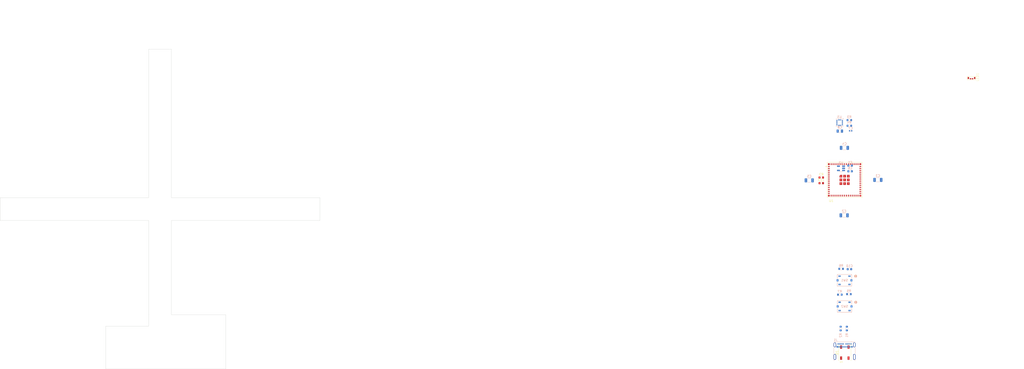
<source format=kicad_pcb>
(kicad_pcb (version 20240108) (generator "pcbnew") (generator_version "8.0")
  (layers (0 "F.Cu" signal) (31 "B.Cu" signal) (34 "B.Paste" user) (35 "F.Paste" user) (36 "B.SilkS" user "B.Silkscreen") (37 "F.SilkS" user "F.Silkscreen") (38 "B.Mask" user) (39 "F.Mask" user) (44 "Edge.Cuts" user))
  (net 0 "")
  (net 3 "/SCL")
  (net 8 "/BOOT_A")
  (net 9 "/SDA")
  (net 20 "/FLASH_V_SEL")
  (net 35 "/BOOT_B")
  (net 36 "/RESET")
  (net 56 "GND")
  (net 57 "+5V")
  (net 58 "/D+")
  (net 59 "/D-")
  (net 60 "Net-(J1-CC2)")
  (net 61 "Net-(J1-CC1)")
  (net 62 "+3V3")
  (net 64 "Net-(R5-Pad2)")
  (net 69 "/NEOPXL")
  (net 70 "Net-(R7-Pad2)")
  (footprint "Capacitor_SMD:C_0603_1608Metric" (layer "F.Cu") (at 134.275 98.59)
    (property "Reference" "C9" (at 0 -1.43 0) (layer "F.SilkS"))
    (property "Value" "0.1uF")
    (fp_line (start -0.14058 -0.51) (end 0.14058 -0.51) (stroke (width 0.12)) (layer "F.SilkS"))
    (fp_line (start -0.14058 0.51) (end 0.14058 0.51) (stroke (width 0.12)) (layer "F.SilkS"))
    (pad "1" smd roundrect (at -0.775 0) (size 0.9 0.95) (layers "F.Cu" "F.Paste" "F.Mask") (net 62 "+3V3"))
    (pad "2" smd roundrect (at 0.775 0) (size 0.9 0.95) (layers "F.Cu" "F.Paste" "F.Mask") (net 56 "GND"))
  )
  (footprint "Capacitor_SMD:C_0603_1608Metric" (layer "F.Cu") (at 134.275 101.1)
    (property "Reference" "C11" (at 0 -1.43 0) (layer "F.SilkS"))
    (property "Value" "22uF")
    (fp_line (start -0.14058 -0.51) (end 0.14058 -0.51) (stroke (width 0.12)) (layer "F.SilkS"))
    (fp_line (start -0.14058 0.51) (end 0.14058 0.51) (stroke (width 0.12)) (layer "F.SilkS"))
    (pad "1" smd roundrect (at -0.775 0) (size 0.9 0.95) (layers "F.Cu" "F.Paste" "F.Mask") (net 62 "+3V3"))
    (pad "2" smd roundrect (at 0.775 0) (size 0.9 0.95) (layers "F.Cu" "F.Paste" "F.Mask") (net 56 "GND"))
  )
  (footprint "B3DQ3BRG_SMT:B3DQ3BRG" (layer "F.Cu") (at 201.09 54.61 90)
    (property "Reference" "LED1" (at 0.7 2.7 90) (layer "F.SilkS") (effects (font (thickness 0.1))))
    (property "Value" "~")
    (fp_line (start 0.95 -1.95) (end 0.25 -1.95) (stroke (width 0.1)) (layer "F.SilkS"))
    (fp_line (start 0.25 -1.95) (end -0.6 -1.95) (stroke (width 0.1)) (layer "F.SilkS"))
    (fp_line (start -0.6 -1.95) (end -0.6 1.95) (stroke (width 0.1)) (layer "F.SilkS"))
    (fp_line (start 0.95 1.95) (end 0.95 -1.95) (stroke (width 0.1)) (layer "F.SilkS"))
    (fp_line (start -0.6 1.95) (end 0.95 1.95) (stroke (width 0.1)) (layer "F.SilkS"))
    (pad "1" smd custom (at -0.05 0.47 90) (size 0.433 0.433) (layers "F.Cu" "F.Paste" "F.Mask") (options (clearance outline) (anchor circle)) (primitives (gr_poly (pts (xy -0.2165 -0.12275) (xy -0.20826 -0.164175) (xy -0.184794 -0.199294) (xy -0.149675 -0.22276) (xy -0.10825 -0.231) (xy 0.10825 -0.231) (xy 0.149675 -0.22276) (xy 0.184794 -0.199294) (xy 0.20826 -0.164175) (xy 0.2165 -0.12275) (xy 0.2165 0.12275) (xy 0.20826 0.164175) (xy 0.184794 0.199294) (xy 0.149675 0.22276) (xy 0.10825 0.231) (xy -0.10825 0.231) (xy -0.149675 0.22276) (xy -0.184794 0.199294) (xy -0.20826 0.164175) (xy -0.2165 0.12275)) (width 0) (fill yes)) (gr_rect (start -0.29 -0.31) (end 0.26 0.29) (width 0.001) (fill yes)) (gr_line (start 0.26 -0.31) (end 0.26 0.29) (width 0.00001)) (gr_line (start 0.26 0.29) (end -0.29 0.29) (width 0.00001)) (gr_line (start -0.29 -0.31) (end -0.29 0.29) (width 0.00001)) (gr_line (start 0.26 -0.31) (end -0.29 -0.31) (width 0.00001))))
    (pad "2" smd custom (at -0.13 -0.42 90) (size 0.233 0.233) (layers "F.Cu" "F.Paste" "F.Mask") (options (clearance outline) (anchor circle)) (primitives (gr_poly (pts (xy -0.1165 -0.10775) (xy -0.112066 -0.130041) (xy -0.099439 -0.148939) (xy -0.080541 -0.161566) (xy -0.05825 -0.166) (xy 0.05825 -0.166) (xy 0.080541 -0.161566) (xy 0.099439 -0.148939) (xy 0.112066 -0.130041) (xy 0.1165 -0.10775) (xy 0.1165 0.10775) (xy 0.112066 0.130041) (xy 0.099439 0.148939) (xy 0.080541 0.161566) (xy 0.05825 0.166) (xy -0.05825 0.166) (xy -0.080541 0.161566) (xy -0.099439 0.148939) (xy -0.112066 0.130041) (xy -0.1165 0.10775)) (width 0) (fill yes)) (gr_rect (start -0.21 -0.32) (end 0.34 0.28) (width 0.0001) (fill yes)) (gr_line (start 0.34 -0.32) (end -0.21 -0.32) (width 0.00001)) (gr_line (start 0.34 0.28) (end -0.21 0.28) (width 0.00001)) (gr_line (start 0.34 0.28) (end 0.34 -0.32) (width 0.00001)) (gr_line (start -0.21 0.28) (end -0.21 -0.32) (width 0.00001))))
    (pad "3" smd custom (at 0.06 -1.34 90) (size 0.273 0.273) (layers "F.Cu" "F.Paste" "F.Mask") (options (clearance outline) (anchor circle)) (primitives (gr_poly (pts (xy -0.1365 -0.07275) (xy -0.131305 -0.098868) (xy -0.11651 -0.12101) (xy -0.094368 -0.135805) (xy -0.06825 -0.141) (xy 0.06825 -0.141) (xy 0.094368 -0.135805) (xy 0.11651 -0.12101) (xy 0.131305 -0.098868) (xy 0.1365 -0.07275) (xy 0.1365 0.07275) (xy 0.131305 0.098868) (xy 0.11651 0.12101) (xy 0.094368 0.135805) (xy 0.06825 0.141) (xy -0.06825 0.141) (xy -0.094368 0.135805) (xy -0.11651 0.12101) (xy -0.131305 0.098868) (xy -0.1365 0.07275)) (width 0) (fill yes)) (gr_rect (start -0.25 -0.35) (end 0.65 0.25) (width 0.0001) (fill yes)) (gr_line (start 0.2 0.25) (end 0.65 0.25) (width 0.00001)) (gr_line (start 0.2 -0.35) (end 0.65 -0.35) (width 0.00001)) (gr_line (start 0.65 0.25) (end 0.65 -0.35) (width 0.00001)) (gr_line (start -0.25 0.25) (end -0.25 -0.35) (width 0.00001)) (gr_line (start 0.2 -0.35) (end -0.25 -0.35) (width 0.00001)) (gr_line (start 0.2 0.25) (end -0.25 0.25) (width 0.00001))))
    (pad "4" smd custom (at 0.01 1.44 90) (size 0.233 0.233) (layers "F.Cu" "F.Paste" "F.Mask") (options (clearance outline) (anchor circle)) (primitives (gr_poly (pts (xy -0.1165 -0.11275) (xy -0.112066 -0.135041) (xy -0.099439 -0.153939) (xy -0.080541 -0.166566) (xy -0.05825 -0.171) (xy 0.05825 -0.171) (xy 0.080541 -0.166566) (xy 0.099439 -0.153939) (xy 0.112066 -0.135041) (xy 0.1165 -0.11275) (xy 0.1165 0.11275) (xy 0.112066 0.135041) (xy 0.099439 0.153939) (xy 0.080541 0.166566) (xy 0.05825 0.171) (xy -0.05825 0.171) (xy -0.080541 0.166566) (xy -0.099439 0.153939) (xy -0.112066 0.135041) (xy -0.1165 0.11275)) (width 0) (fill yes)) (gr_rect (start -0.2 -0.33) (end 0.7 0.27) (width 0.0001) (fill yes)) (gr_line (start 0.25 -0.33) (end -0.2 -0.33) (width 0.00001)) (gr_line (start 0.25 -0.33) (end 0.7 -0.33) (width 0.00001)) (gr_line (start 0.7 -0.33) (end 0.7 0.27) (width 0.00001)) (gr_line (start 0.25 0.27) (end 0.7 0.27) (width 0.00001)) (gr_line (start 0.25 0.27) (end -0.2 0.27) (width 0.00001)) (gr_line (start -0.2 -0.33) (end -0.2 0.27) (width 0.00001))))
  )
  (footprint "RF_Module:ESP32-S2-MINI-1U" (layer "F.Cu") (at 144.65 99.65)
    (property "Reference" "U1" (at -5.95 9.3 0) (layer "F.SilkS"))
    (property "Value" "ESP32-S3-MINI-1U")
    (fp_line (start -7.8 -7.8) (end 7.8 -7.8) (stroke (width 0.12)) (layer "F.SilkS"))
    (fp_line (start -7.8 7.8) (end -7.8 -7.8) (stroke (width 0.12)) (layer "F.SilkS"))
    (fp_line (start 7.8 -7.8) (end 7.8 7.8) (stroke (width 0.12)) (layer "F.SilkS"))
    (fp_line (start 7.8 7.8) (end -7.8 7.8) (stroke (width 0.12)) (layer "F.SilkS"))
    (fp_poly (pts (xy -7.975 -5.95) (xy -8.311 -5.71) (xy -8.311 -6.19) (xy -7.975 -5.95)) (stroke (width 0.12)) (fill solid) (layer "F.SilkS"))
    (pad "1" smd rect (at -7 -5.95) (size 0.8 0.4) (layers "F.Cu" "F.Paste" "F.Mask") (net 56 "GND"))
    (pad "2" smd rect (at -7 -5.1) (size 0.8 0.4) (layers "F.Cu" "F.Paste" "F.Mask") (net 56 "GND"))
    (pad "3" smd rect (at -7 -4.25) (size 0.8 0.4) (layers "F.Cu" "F.Paste" "F.Mask") (net 62 "+3V3"))
    (pad "4" smd rect (at -7 -3.4) (size 0.8 0.4) (layers "F.Cu" "F.Paste" "F.Mask") (net 8 "/BOOT_A"))
    (pad "5" smd rect (at -7 -2.55) (size 0.8 0.4) (layers "F.Cu" "F.Paste" "F.Mask") (net 69 "/NEOPXL"))
    (pad "6" smd rect (at -7 -1.7) (size 0.8 0.4) (layers "F.Cu" "F.Paste" "F.Mask"))
    (pad "7" smd rect (at -7 -0.85) (size 0.8 0.4) (layers "F.Cu" "F.Paste" "F.Mask"))
    (pad "8" smd rect (at -7 0) (size 0.8 0.4) (layers "F.Cu" "F.Paste" "F.Mask"))
    (pad "9" smd rect (at -7 0.85) (size 0.8 0.4) (layers "F.Cu" "F.Paste" "F.Mask"))
    (pad "10" smd rect (at -7 1.7) (size 0.8 0.4) (layers "F.Cu" "F.Paste" "F.Mask"))
    (pad "11" smd rect (at -7 2.55) (size 0.8 0.4) (layers "F.Cu" "F.Paste" "F.Mask"))
    (pad "12" smd rect (at -7 3.4) (size 0.8 0.4) (layers "F.Cu" "F.Paste" "F.Mask") (net 9 "/SDA"))
    (pad "13" smd rect (at -7 4.25) (size 0.8 0.4) (layers "F.Cu" "F.Paste" "F.Mask") (net 3 "/SCL"))
    (pad "14" smd rect (at -7 5.1) (size 0.8 0.4) (layers "F.Cu" "F.Paste" "F.Mask"))
    (pad "15" smd rect (at -7 5.95) (size 0.8 0.4) (layers "F.Cu" "F.Paste" "F.Mask"))
    (pad "16" smd rect (at -5.95 7 90) (size 0.8 0.4) (layers "F.Cu" "F.Paste" "F.Mask"))
    (pad "17" smd rect (at -5.1 7 90) (size 0.8 0.4) (layers "F.Cu" "F.Paste" "F.Mask"))
    (pad "18" smd rect (at -4.25 7 90) (size 0.8 0.4) (layers "F.Cu" "F.Paste" "F.Mask"))
    (pad "19" smd rect (at -3.4 7 90) (size 0.8 0.4) (layers "F.Cu" "F.Paste" "F.Mask"))
    (pad "20" smd rect (at -2.55 7 90) (size 0.8 0.4) (layers "F.Cu" "F.Paste" "F.Mask"))
    (pad "21" smd rect (at -1.7 7 90) (size 0.8 0.4) (layers "F.Cu" "F.Paste" "F.Mask"))
    (pad "22" smd rect (at -0.85 7 90) (size 0.8 0.4) (layers "F.Cu" "F.Paste" "F.Mask"))
    (pad "23" smd rect (at 0 7 90) (size 0.8 0.4) (layers "F.Cu" "F.Paste" "F.Mask") (net 59 "/D-"))
    (pad "24" smd rect (at 0.85 7 90) (size 0.8 0.4) (layers "F.Cu" "F.Paste" "F.Mask") (net 58 "/D+"))
    (pad "25" smd rect (at 1.7 7 90) (size 0.8 0.4) (layers "F.Cu" "F.Paste" "F.Mask"))
    (pad "26" smd rect (at 2.55 7 90) (size 0.8 0.4) (layers "F.Cu" "F.Paste" "F.Mask"))
    (pad "27" smd rect (at 3.4 7 90) (size 0.8 0.4) (layers "F.Cu" "F.Paste" "F.Mask"))
    (pad "28" smd rect (at 4.25 7 90) (size 0.8 0.4) (layers "F.Cu" "F.Paste" "F.Mask"))
    (pad "29" smd rect (at 5.1 7 90) (size 0.8 0.4) (layers "F.Cu" "F.Paste" "F.Mask"))
    (pad "30" smd rect (at 5.95 7 90) (size 0.8 0.4) (layers "F.Cu" "F.Paste" "F.Mask"))
    (pad "31" smd rect (at 7 5.95) (size 0.8 0.4) (layers "F.Cu" "F.Paste" "F.Mask"))
    (pad "32" smd rect (at 7 5.1) (size 0.8 0.4) (layers "F.Cu" "F.Paste" "F.Mask"))
    (pad "33" smd rect (at 7 4.25) (size 0.8 0.4) (layers "F.Cu" "F.Paste" "F.Mask"))
    (pad "34" smd rect (at 7 3.4) (size 0.8 0.4) (layers "F.Cu" "F.Paste" "F.Mask"))
    (pad "35" smd rect (at 7 2.55) (size 0.8 0.4) (layers "F.Cu" "F.Paste" "F.Mask"))
    (pad "36" smd rect (at 7 1.7) (size 0.8 0.4) (layers "F.Cu" "F.Paste" "F.Mask"))
    (pad "37" smd rect (at 7 0.85) (size 0.8 0.4) (layers "F.Cu" "F.Paste" "F.Mask"))
    (pad "38" smd rect (at 7 0) (size 0.8 0.4) (layers "F.Cu" "F.Paste" "F.Mask"))
    (pad "39" smd rect (at 7 -0.85) (size 0.8 0.4) (layers "F.Cu" "F.Paste" "F.Mask"))
    (pad "40" smd rect (at 7 -1.7) (size 0.8 0.4) (layers "F.Cu" "F.Paste" "F.Mask"))
    (pad "41" smd rect (at 7 -2.55) (size 0.8 0.4) (layers "F.Cu" "F.Paste" "F.Mask") (net 20 "/FLASH_V_SEL"))
    (pad "42" smd rect (at 7 -3.4) (size 0.8 0.4) (layers "F.Cu" "F.Paste" "F.Mask") (net 56 "GND"))
    (pad "43" smd rect (at 7 -4.25) (size 0.8 0.4) (layers "F.Cu" "F.Paste" "F.Mask") (net 56 "GND"))
    (pad "44" smd rect (at 7 -5.1) (size 0.8 0.4) (layers "F.Cu" "F.Paste" "F.Mask") (net 35 "/BOOT_B"))
    (pad "45" smd rect (at 7 -5.95) (size 0.8 0.4) (layers "F.Cu" "F.Paste" "F.Mask") (net 36 "/RESET"))
    (pad "46" smd rect (at 5.95 -7 90) (size 0.8 0.4) (layers "F.Cu" "F.Paste" "F.Mask") (net 56 "GND"))
    (pad "47" smd rect (at 5.1 -7 90) (size 0.8 0.4) (layers "F.Cu" "F.Paste" "F.Mask") (net 56 "GND"))
    (pad "48" smd rect (at 4.25 -7 90) (size 0.8 0.4) (layers "F.Cu" "F.Paste" "F.Mask") (net 56 "GND"))
    (pad "49" smd rect (at 3.4 -7 90) (size 0.8 0.4) (layers "F.Cu" "F.Paste" "F.Mask") (net 56 "GND"))
    (pad "50" smd rect (at 2.55 -7 90) (size 0.8 0.4) (layers "F.Cu" "F.Paste" "F.Mask") (net 56 "GND"))
    (pad "51" smd rect (at 1.7 -7 90) (size 0.8 0.4) (layers "F.Cu" "F.Paste" "F.Mask") (net 56 "GND"))
    (pad "52" smd rect (at 0.85 -7 90) (size 0.8 0.4) (layers "F.Cu" "F.Paste" "F.Mask") (net 56 "GND"))
    (pad "53" smd rect (at 0 -7 90) (size 0.8 0.4) (layers "F.Cu" "F.Paste" "F.Mask") (net 56 "GND"))
    (pad "54" smd rect (at -0.85 -7 90) (size 0.8 0.4) (layers "F.Cu" "F.Paste" "F.Mask") (net 56 "GND"))
    (pad "55" smd rect (at -1.7 -7 90) (size 0.8 0.4) (layers "F.Cu" "F.Paste" "F.Mask") (net 56 "GND"))
    (pad "56" smd rect (at -2.55 -7 90) (size 0.8 0.4) (layers "F.Cu" "F.Paste" "F.Mask") (net 56 "GND"))
    (pad "57" smd rect (at -3.4 -7 90) (size 0.8 0.4) (layers "F.Cu" "F.Paste" "F.Mask") (net 56 "GND"))
    (pad "58" smd rect (at -4.25 -7 90) (size 0.8 0.4) (layers "F.Cu" "F.Paste" "F.Mask") (net 56 "GND"))
    (pad "59" smd rect (at -5.1 -7 90) (size 0.8 0.4) (layers "F.Cu" "F.Paste" "F.Mask") (net 56 "GND"))
    (pad "60" smd rect (at -5.95 -7 90) (size 0.8 0.4) (layers "F.Cu" "F.Paste" "F.Mask") (net 56 "GND"))
    (pad "61" smd roundrect (at -1.65 -1.65) (size 1.2 1.2) (layers "F.Cu" "F.Paste" "F.Mask") (roundrect_rratio 0) (chamfer_ratio 0.33) (chamfer top_left) (net 56 "GND"))
    (pad "61" smd rect (at -1.65 0) (size 1.2 1.2) (layers "F.Cu" "F.Paste" "F.Mask") (net 56 "GND"))
    (pad "61" smd rect (at -1.65 1.65) (size 1.2 1.2) (layers "F.Cu" "F.Paste" "F.Mask") (net 56 "GND"))
    (pad "61" smd rect (at 0 -1.65) (size 1.2 1.2) (layers "F.Cu" "F.Paste" "F.Mask") (net 56 "GND"))
    (pad "61" smd rect (at 0 0) (size 1.2 1.2) (layers "F.Cu" "F.Paste" "F.Mask") (net 56 "GND"))
    (pad "61" smd rect (at 0 1.65) (size 1.2 1.2) (layers "F.Cu" "F.Paste" "F.Mask") (net 56 "GND"))
    (pad "61" smd rect (at 1.65 -1.65) (size 1.2 1.2) (layers "F.Cu" "F.Paste" "F.Mask") (net 56 "GND"))
    (pad "61" smd rect (at 1.65 0) (size 1.2 1.2) (layers "F.Cu" "F.Paste" "F.Mask") (net 56 "GND"))
    (pad "61" smd rect (at 1.65 1.65) (size 1.2 1.2) (layers "F.Cu" "F.Paste" "F.Mask") (net 56 "GND"))
    (pad "62" smd rect (at -7 -7) (size 0.8 0.8) (layers "F.Cu" "F.Paste" "F.Mask") (net 56 "GND"))
    (pad "63" smd rect (at -7 7) (size 0.8 0.8) (layers "F.Cu" "F.Paste" "F.Mask") (net 56 "GND"))
    (pad "64" smd rect (at 7 7) (size 0.8 0.8) (layers "F.Cu" "F.Paste" "F.Mask") (net 56 "GND"))
    (pad "65" smd rect (at 7 -7) (size 0.8 0.8) (layers "F.Cu" "F.Paste" "F.Mask") (net 56 "GND"))
  )
  (footprint "LED_SMD:LED_WS2812B_PLCC4_5.0x5.0mm_P3.2mm" (layer "F.Cu") (at 144.75 176.45 90)
    (property "Reference" "D1" (at 0 -3.5 270) (layer "F.SilkS"))
    (property "Value" "WS2812B")
    (fp_line (start -3.65 -2.75) (end 3.65 -2.75) (stroke (width 0.12)) (layer "F.SilkS"))
    (fp_line (start 3.65 2.75) (end 3.65 1.6) (stroke (width 0.12)) (layer "F.SilkS"))
    (fp_line (start -3.65 2.75) (end 3.65 2.75) (stroke (width 0.12)) (layer "F.SilkS"))
    (fp_text user "1" (at -4.15 -1.6 270) (layer "F.SilkS"))
    (pad "1" smd rect (at -2.45 -1.65 90) (size 1.5 0.9) (layers "F.Cu" "F.Paste" "F.Mask"))
    (pad "2" smd rect (at -2.45 1.65 90) (size 1.5 0.9) (layers "F.Cu" "F.Paste" "F.Mask"))
    (pad "3" smd rect (at 2.45 1.65 90) (size 1.5 0.9) (layers "F.Cu" "F.Paste" "F.Mask"))
    (pad "4" smd rect (at 2.45 -1.65 90) (size 1.5 0.9) (layers "F.Cu" "F.Paste" "F.Mask"))
  )
  (footprint "Capacitor_SMD:C_0805_2012Metric" (layer "B.Cu") (at 142.535 77.95 180)
    (property "Reference" "C8" (at 0 1.68 180) (layer "B.SilkS") (effects (justify mirror)))
    (property "Value" "10uf")
    (fp_line (start 0.261252 0.735) (end -0.261252 0.735) (stroke (width 0.12)) (layer "B.SilkS"))
    (fp_line (start 0.261252 -0.735) (end -0.261252 -0.735) (stroke (width 0.12)) (layer "B.SilkS"))
    (pad "1" smd roundrect (at -0.95 0 180) (size 1 1.45) (layers "B.Cu" "B.Paste" "B.Mask") (net 62 "+3V3"))
    (pad "2" smd roundrect (at 0.95 0 180) (size 1 1.45) (layers "B.Cu" "B.Paste" "B.Mask") (net 56 "GND"))
  )
  (footprint "Resistor_SMD:R_0603_1608Metric" (layer "B.Cu") (at 146.765 75.58 180)
    (property "Reference" "R4" (at 0 1.43 180) (layer "B.SilkS") (effects (justify mirror)))
    (property "Value" "10k")
    (fp_line (start 0.237258 0.5225) (end -0.237258 0.5225) (stroke (width 0.12)) (layer "B.SilkS"))
    (fp_line (start 0.237258 -0.5225) (end -0.237258 -0.5225) (stroke (width 0.12)) (layer "B.SilkS"))
    (pad "1" smd roundrect (at -0.825 0 180) (size 0.8 0.95) (layers "B.Cu" "B.Paste" "B.Mask") (net 9 "/SDA"))
    (pad "2" smd roundrect (at 0.825 0 180) (size 0.8 0.95) (layers "B.Cu" "B.Paste" "B.Mask") (net 62 "+3V3"))
  )
  (footprint "Resistor_SMD:R_0603_1608Metric" (layer "B.Cu") (at 142.54232 150.6856 180)
    (property "Reference" "R7" (at 0 1.43 180) (layer "B.SilkS") (effects (justify mirror)))
    (property "Value" "1K")
    (fp_line (start 0.237258 0.5225) (end -0.237258 0.5225) (stroke (width 0.12)) (layer "B.SilkS"))
    (fp_line (start 0.237258 -0.5225) (end -0.237258 -0.5225) (stroke (width 0.12)) (layer "B.SilkS"))
    (pad "1" smd roundrect (at -0.825 0 180) (size 0.8 0.95) (layers "B.Cu" "B.Paste" "B.Mask") (net 62 "+3V3"))
    (pad "2" smd roundrect (at 0.825 0 180) (size 0.8 0.95) (layers "B.Cu" "B.Paste" "B.Mask") (net 70 "Net-(R7-Pad2)"))
  )
  (footprint "Package_TO_SOT_SMD:SOT-23-5" (layer "B.Cu") (at 143.0625 94.5 180)
    (property "Reference" "U2" (at 0 2.4 180) (layer "B.SilkS") (effects (justify mirror)))
    (property "Value" "AP2112K-3.3")
    (fp_line (start 0.8 1.56) (end 0 1.56) (stroke (width 0.12)) (layer "B.SilkS"))
    (fp_line (start 0.8 -1.56) (end 0 -1.56) (stroke (width 0.12)) (layer "B.SilkS"))
    (fp_line (start -0.8 1.56) (end 0 1.56) (stroke (width 0.12)) (layer "B.SilkS"))
    (fp_line (start -0.8 -1.56) (end 0 -1.56) (stroke (width 0.12)) (layer "B.SilkS"))
    (fp_poly (pts (xy -1.3 1.51) (xy -1.54 1.84) (xy -1.06 1.84) (xy -1.3 1.51)) (stroke (width 0.12)) (fill solid) (layer "B.SilkS"))
    (pad "1" smd roundrect (at -1.1375 0.95 180) (size 1.325 0.6) (layers "B.Cu" "B.Paste" "B.Mask") (net 57 "+5V"))
    (pad "2" smd roundrect (at -1.1375 0 180) (size 1.325 0.6) (layers "B.Cu" "B.Paste" "B.Mask") (net 56 "GND"))
    (pad "3" smd roundrect (at -1.1375 -0.95 180) (size 1.325 0.6) (layers "B.Cu" "B.Paste" "B.Mask") (net 57 "+5V"))
    (pad "4" smd roundrect (at 1.1375 -0.95 180) (size 1.325 0.6) (layers "B.Cu" "B.Paste" "B.Mask"))
    (pad "5" smd roundrect (at 1.1375 0.95 180) (size 1.325 0.6) (layers "B.Cu" "B.Paste" "B.Mask") (net 62 "+3V3"))
  )
  (footprint "Resistor_SMD:R_0603_1608Metric" (layer "B.Cu") (at 143.1 139.2 180)
    (property "Reference" "R6" (at 0 1.43 180) (layer "B.SilkS") (effects (justify mirror)))
    (property "Value" "10K")
    (fp_line (start 0.237258 0.5225) (end -0.237258 0.5225) (stroke (width 0.12)) (layer "B.SilkS"))
    (fp_line (start 0.237258 -0.5225) (end -0.237258 -0.5225) (stroke (width 0.12)) (layer "B.SilkS"))
    (pad "1" smd roundrect (at -0.825 0 180) (size 0.8 0.95) (layers "B.Cu" "B.Paste" "B.Mask") (net 62 "+3V3"))
    (pad "2" smd roundrect (at 0.825 0 180) (size 0.8 0.95) (layers "B.Cu" "B.Paste" "B.Mask") (net 36 "/RESET"))
  )
  (footprint "Capacitor_SMD:C_0402_1005Metric" (layer "B.Cu") (at 147.335 77.82 180)
    (property "Reference" "C7" (at 0 1.16 180) (layer "B.SilkS") (effects (justify mirror)))
    (property "Value" "100nf")
    (fp_line (start 0.107836 0.36) (end -0.107836 0.36) (stroke (width 0.12)) (layer "B.SilkS"))
    (fp_line (start 0.107836 -0.36) (end -0.107836 -0.36) (stroke (width 0.12)) (layer "B.SilkS"))
    (pad "1" smd roundrect (at -0.48 0 180) (size 0.56 0.62) (layers "B.Cu" "B.Paste" "B.Mask") (net 62 "+3V3"))
    (pad "2" smd roundrect (at 0.48 0 180) (size 0.56 0.62) (layers "B.Cu" "B.Paste" "B.Mask") (net 56 "GND"))
  )
  (footprint "Capacitor_SMD:C_0603_1608Metric" (layer "B.Cu") (at 147.1 93.3 180)
    (property "Reference" "C1" (at 0 1.43 180) (layer "B.SilkS") (effects (justify mirror)))
    (property "Value" "1uF")
    (fp_line (start 0.14058 0.51) (end -0.14058 0.51) (stroke (width 0.12)) (layer "B.SilkS"))
    (fp_line (start 0.14058 -0.51) (end -0.14058 -0.51) (stroke (width 0.12)) (layer "B.SilkS"))
    (pad "1" smd roundrect (at -0.775 0 180) (size 0.9 0.95) (layers "B.Cu" "B.Paste" "B.Mask") (net 57 "+5V"))
    (pad "2" smd roundrect (at 0.775 0 180) (size 0.9 0.95) (layers "B.Cu" "B.Paste" "B.Mask") (net 56 "GND"))
  )
  (footprint "Capacitor_SMD:C_1206_3216Metric" (layer "B.Cu") (at 128.925 99.85 180)
    (property "Reference" "C5" (at 0 1.85 180) (layer "B.SilkS") (effects (justify mirror)))
    (property "Value" "220uF")
    (fp_line (start 0.711252 0.91) (end -0.711252 0.91) (stroke (width 0.12)) (layer "B.SilkS"))
    (fp_line (start 0.711252 -0.91) (end -0.711252 -0.91) (stroke (width 0.12)) (layer "B.SilkS"))
    (pad "1" smd roundrect (at -1.475 0 180) (size 1.15 1.8) (layers "B.Cu" "B.Paste" "B.Mask") (roundrect_rratio 0.217391) (net 57 "+5V"))
    (pad "2" smd roundrect (at 1.475 0 180) (size 1.15 1.8) (layers "B.Cu" "B.Paste" "B.Mask") (roundrect_rratio 0.217391) (net 56 "GND"))
  )
  (footprint "Capacitor_SMD:C_1206_3216Metric" (layer "B.Cu") (at 144.452 115.4 180)
    (property "Reference" "C2" (at 0 1.85 180) (layer "B.SilkS") (effects (justify mirror)))
    (property "Value" "220uF")
    (fp_line (start 0.711252 0.91) (end -0.711252 0.91) (stroke (width 0.12)) (layer "B.SilkS"))
    (fp_line (start 0.711252 -0.91) (end -0.711252 -0.91) (stroke (width 0.12)) (layer "B.SilkS"))
    (pad "1" smd roundrect (at -1.475 0 180) (size 1.15 1.8) (layers "B.Cu" "B.Paste" "B.Mask") (roundrect_rratio 0.217391) (net 57 "+5V"))
    (pad "2" smd roundrect (at 1.475 0 180) (size 1.15 1.8) (layers "B.Cu" "B.Paste" "B.Mask") (roundrect_rratio 0.217391) (net 56 "GND"))
  )
  (footprint "Capacitor_SMD:C_0603_1608Metric" (layer "B.Cu") (at 147.1 95.81 180)
    (property "Reference" "C6" (at 0 1.43 180) (layer "B.SilkS") (effects (justify mirror)))
    (property "Value" "1uF")
    (fp_line (start 0.14058 0.51) (end -0.14058 0.51) (stroke (width 0.12)) (layer "B.SilkS"))
    (fp_line (start 0.14058 -0.51) (end -0.14058 -0.51) (stroke (width 0.12)) (layer "B.SilkS"))
    (pad "1" smd roundrect (at -0.775 0 180) (size 0.9 0.95) (layers "B.Cu" "B.Paste" "B.Mask") (net 62 "+3V3"))
    (pad "2" smd roundrect (at 0.775 0 180) (size 0.9 0.95) (layers "B.Cu" "B.Paste" "B.Mask") (net 56 "GND"))
  )
  (footprint "Package_LGA:LGA-16_3x3mm_P0.5mm_LayoutBorder3x5y" (layer "B.Cu") (at 142.45 74.175 180)
    (property "Reference" "U3" (at 0 2.45 180) (layer "B.SilkS") (effects (justify mirror)))
    (property "Value" "LIS3DH")
    (fp_line (start 1.61 1.61) (end 0.935 1.61) (stroke (width 0.12)) (layer "B.SilkS"))
    (fp_line (start 1.61 1.435) (end 1.61 1.61) (stroke (width 0.12)) (layer "B.SilkS"))
    (fp_line (start 1.61 -1.435) (end 1.61 -1.61) (stroke (width 0.12)) (layer "B.SilkS"))
    (fp_line (start 1.61 -1.61) (end 0.935 -1.61) (stroke (width 0.12)) (layer "B.SilkS"))
    (fp_line (start -1.31 1.61) (end -0.935 1.61) (stroke (width 0.12)) (layer "B.SilkS"))
    (fp_line (start -1.61 -1.435) (end -1.61 -1.61) (stroke (width 0.12)) (layer "B.SilkS"))
    (fp_line (start -1.61 -1.61) (end -0.935 -1.61) (stroke (width 0.12)) (layer "B.SilkS"))
    (fp_poly (pts (xy -1.61 1.61) (xy -1.75 1.8) (xy -1.47 1.8) (xy -1.61 1.61)) (stroke (width 0.12)) (fill solid) (layer "B.SilkS"))
    (pad "1" smd roundrect (at -1.225 1 180) (size 0.55 0.35) (layers "B.Cu" "B.Paste" "B.Mask") (net 62 "+3V3"))
    (pad "2" smd roundrect (at -1.225 0.5 180) (size 0.55 0.35) (layers "B.Cu" "B.Paste" "B.Mask"))
    (pad "3" smd roundrect (at -1.225 0 180) (size 0.55 0.35) (layers "B.Cu" "B.Paste" "B.Mask"))
    (pad "4" smd roundrect (at -1.225 -0.5 180) (size 0.55 0.35) (layers "B.Cu" "B.Paste" "B.Mask") (net 3 "/SCL"))
    (pad "5" smd roundrect (at -1.225 -1 180) (size 0.55 0.35) (layers "B.Cu" "B.Paste" "B.Mask") (net 56 "GND"))
    (pad "6" smd roundrect (at -0.5 -1.225 180) (size 0.35 0.55) (layers "B.Cu" "B.Paste" "B.Mask") (net 9 "/SDA"))
    (pad "7" smd roundrect (at 0 -1.225 180) (size 0.35 0.55) (layers "B.Cu" "B.Paste" "B.Mask") (net 56 "GND"))
    (pad "8" smd roundrect (at 0.5 -1.225 180) (size 0.35 0.55) (layers "B.Cu" "B.Paste" "B.Mask") (net 62 "+3V3"))
    (pad "9" smd roundrect (at 1.225 -1 180) (size 0.55 0.35) (layers "B.Cu" "B.Paste" "B.Mask"))
    (pad "10" smd roundrect (at 1.225 -0.5 180) (size 0.55 0.35) (layers "B.Cu" "B.Paste" "B.Mask") (net 56 "GND"))
    (pad "11" smd roundrect (at 1.225 0 180) (size 0.55 0.35) (layers "B.Cu" "B.Paste" "B.Mask"))
    (pad "12" smd roundrect (at 1.225 0.5 180) (size 0.55 0.35) (layers "B.Cu" "B.Paste" "B.Mask") (net 56 "GND"))
    (pad "13" smd roundrect (at 1.225 1 180) (size 0.55 0.35) (layers "B.Cu" "B.Paste" "B.Mask"))
    (pad "14" smd roundrect (at 0.5 1.225 180) (size 0.35 0.55) (layers "B.Cu" "B.Paste" "B.Mask") (net 62 "+3V3"))
    (pad "15" smd roundrect (at 0 1.225 180) (size 0.35 0.55) (layers "B.Cu" "B.Paste" "B.Mask"))
    (pad "16" smd roundrect (at -0.5 1.225 180) (size 0.35 0.55) (layers "B.Cu" "B.Paste" "B.Mask"))
  )
  (footprint "Capacitor_SMD:C_1206_3216Metric" (layer "B.Cu") (at 159.45 99.65 180)
    (property "Reference" "C3" (at 0 1.85 180) (layer "B.SilkS") (effects (justify mirror)))
    (property "Value" "220uF")
    (fp_line (start 0.711252 0.91) (end -0.711252 0.91) (stroke (width 0.12)) (layer "B.SilkS"))
    (fp_line (start 0.711252 -0.91) (end -0.711252 -0.91) (stroke (width 0.12)) (layer "B.SilkS"))
    (pad "1" smd roundrect (at -1.475 0 180) (size 1.15 1.8) (layers "B.Cu" "B.Paste" "B.Mask") (roundrect_rratio 0.217391) (net 57 "+5V"))
    (pad "2" smd roundrect (at 1.475 0 180) (size 1.15 1.8) (layers "B.Cu" "B.Paste" "B.Mask") (roundrect_rratio 0.217391) (net 56 "GND"))
  )
  (footprint "Resistor_SMD:R_0603_1608Metric" (layer "B.Cu") (at 146.765 73.07 180)
    (property "Reference" "R3" (at 0 1.43 180) (layer "B.SilkS") (effects (justify mirror)))
    (property "Value" "10k")
    (fp_line (start 0.237258 0.5225) (end -0.237258 0.5225) (stroke (width 0.12)) (layer "B.SilkS"))
    (fp_line (start 0.237258 -0.5225) (end -0.237258 -0.5225) (stroke (width 0.12)) (layer "B.SilkS"))
    (pad "1" smd roundrect (at -0.825 0 180) (size 0.8 0.95) (layers "B.Cu" "B.Paste" "B.Mask") (net 3 "/SCL"))
    (pad "2" smd roundrect (at 0.825 0 180) (size 0.8 0.95) (layers "B.Cu" "B.Paste" "B.Mask") (net 62 "+3V3"))
  )
  (footprint "Capacitor_SMD:C_1206_3216Metric" (layer "B.Cu") (at 144.575 85.4 180)
    (property "Reference" "C4" (at 0 1.85 180) (layer "B.SilkS") (effects (justify mirror)))
    (property "Value" "220uF")
    (fp_line (start 0.711252 0.91) (end -0.711252 0.91) (stroke (width 0.12)) (layer "B.SilkS"))
    (fp_line (start 0.711252 -0.91) (end -0.711252 -0.91) (stroke (width 0.12)) (layer "B.SilkS"))
    (pad "1" smd roundrect (at -1.475 0 180) (size 1.15 1.8) (layers "B.Cu" "B.Paste" "B.Mask") (roundrect_rratio 0.217391) (net 57 "+5V"))
    (pad "2" smd roundrect (at 1.475 0 180) (size 1.15 1.8) (layers "B.Cu" "B.Paste" "B.Mask") (roundrect_rratio 0.217391) (net 56 "GND"))
  )
  (footprint "TL3215_SMT:TL3215AF160BQ_EWI" (layer "B.Cu") (at 144.60345 144.30215 180)
    (property "Reference" "SW1" (at 0 0 0) (layer "B.SilkS") (effects (justify mirror)))
    (property "Value" "TL3215AF160BQ")
    (fp_line (start 3.175 2.5781) (end 3.175 0.82804) (stroke (width 0.1524)) (layer "B.SilkS"))
    (fp_line (start 3.175 -0.82804) (end 3.175 -2.5781) (stroke (width 0.1524)) (layer "B.SilkS"))
    (fp_line (start 3.175 -2.5781) (end -3.175 -2.5781) (stroke (width 0.1524)) (layer "B.SilkS"))
    (fp_line (start -3.175 2.5781) (end 3.175 2.5781) (stroke (width 0.1524)) (layer "B.SilkS"))
    (fp_line (start -3.175 0.82804) (end -3.175 2.5781) (stroke (width 0.1524)) (layer "B.SilkS"))
    (fp_line (start -3.175 -2.5781) (end -3.175 -0.82804) (stroke (width 0.1524)) (layer "B.SilkS"))
    (fp_circle (center -4.953 1.84785) (end -4.572 1.84785) (stroke (width 0.508)) (fill none) (layer "B.SilkS"))
    (fp_circle (center -4.953 1.84785) (end -4.572 1.84785) (stroke (width 0.508)) (fill none) (layer "F.SilkS"))
    (pad "1" smd rect (at -2.20345 1.84785 180) (size 1.0033 0.5969) (layers "B.Cu" "B.Paste" "B.Mask"))
    (pad "2" smd rect (at 2.20345 1.84785 180) (size 1.0033 0.5969) (layers "B.Cu" "B.Paste" "B.Mask") (net 8 "/BOOT_A"))
    (pad "3" smd rect (at -2.20345 -1.84785 180) (size 1.0033 0.5969) (layers "B.Cu" "B.Paste" "B.Mask") (net 56 "GND"))
    (pad "4" smd rect (at 2.20345 -1.84785 180) (size 1.0033 0.5969) (layers "B.Cu" "B.Paste" "B.Mask"))
    (pad "5" smd rect (at -3.07975 0 180) (size 0.8509 0.9906) (layers "B.Cu" "B.Paste" "B.Mask") (net 56 "GND"))
    (pad "6" smd rect (at 3.07975 0 180) (size 0.8509 0.9906) (layers "B.Cu" "B.Paste" "B.Mask") (net 64 "Net-(R5-Pad2)"))
  )
  (footprint "Resistor_SMD:R_0603_1608Metric" (layer "B.Cu") (at 142.9 165.75 90)
    (property "Reference" "R2" (at -3 0 270) (layer "B.SilkS") (effects (justify mirror)))
    (property "Value" "5k1")
    (fp_line (start 0.237258 -0.5225) (end -0.237258 -0.5225) (stroke (width 0.12)) (layer "B.SilkS"))
    (fp_line (start 0.237258 0.5225) (end -0.237258 0.5225) (stroke (width 0.12)) (layer "B.SilkS"))
    (pad "1" smd roundrect (at -0.825 0 90) (size 0.8 0.95) (layers "B.Cu" "B.Paste" "B.Mask") (net 56 "GND"))
    (pad "2" smd roundrect (at 0.825 0 90) (size 0.8 0.95) (layers "B.Cu" "B.Paste" "B.Mask") (net 60 "Net-(J1-CC2)"))
  )
  (footprint "Connector_USB:USB_C_Receptacle_Molex_105450-0101" (layer "B.Cu") (at 144.65 175.815 180)
    (property "Reference" "J1" (at 4 5 0) (layer "B.SilkS") (effects (justify mirror)))
    (property "Value" "USB_C_Receptacle")
    (fp_line (start 4.75 4.125) (end -4.75 4.125) (stroke (width 0.12)) (layer "B.SilkS"))
    (fp_line (start 4.75 1.6) (end 4.75 -1.125) (stroke (width 0.12)) (layer "B.SilkS"))
    (fp_line (start 4.75 -4) (end 4.75 -4.225) (stroke (width 0.12)) (layer "B.SilkS"))
    (fp_line (start -2.9 4.275) (end -3.125 4.275) (stroke (width 0.12)) (layer "B.SilkS"))
    (fp_line (start -4.75 -1.075) (end -4.75 1.625) (stroke (width 0.12)) (layer "B.SilkS"))
    (fp_line (start -4.75 -4.025) (end -4.75 -4.235) (stroke (width 0.12)) (layer "B.SilkS"))
    (pad "A1" smd rect (at -3 3.215 180) (size 0.3 0.7) (layers "B.Cu" "B.Paste" "B.Mask") (net 56 "GND"))
    (pad "A2" smd rect (at -2.5 3.215 180) (size 0.3 0.7) (layers "B.Cu" "B.Paste" "B.Mask"))
    (pad "A3" smd rect (at -2 3.215 180) (size 0.3 0.7) (layers "B.Cu" "B.Paste" "B.Mask"))
    (pad "A4" smd rect (at -1.5 3.215 180) (size 0.3 0.7) (layers "B.Cu" "B.Paste" "B.Mask") (net 57 "+5V"))
    (pad "A5" smd rect (at -1 3.215 180) (size 0.3 0.7) (layers "B.Cu" "B.Paste" "B.Mask") (net 61 "Net-(J1-CC1)"))
    (pad "A6" smd rect (at -0.5 3.215 180) (size 0.3 0.7) (layers "B.Cu" "B.Paste" "B.Mask") (net 58 "/D+"))
    (pad "A7" smd rect (at 0.5 3.215 180) (size 0.3 0.7) (layers "B.Cu" "B.Paste" "B.Mask") (net 59 "/D-"))
    (pad "A8" smd rect (at 1 3.215 180) (size 0.3 0.7) (layers "B.Cu" "B.Paste" "B.Mask"))
    (pad "A9" smd rect (at 1.5 3.215 180) (size 0.3 0.7) (layers "B.Cu" "B.Paste" "B.Mask") (net 57 "+5V"))
    (pad "A10" smd rect (at 2 3.215 180) (size 0.3 0.7) (layers "B.Cu" "B.Paste" "B.Mask"))
    (pad "A11" smd rect (at 2.5 3.215 180) (size 0.3 0.7) (layers "B.Cu" "B.Paste" "B.Mask"))
    (pad "A12" smd rect (at 3 3.215 180) (size 0.3 0.7) (layers "B.Cu" "B.Paste" "B.Mask") (net 56 "GND"))
    (pad "B1" smd rect (at 3.1 1.915 180) (size 1 0.7) (layers "B.Cu" "B.Paste" "B.Mask") (net 56 "GND"))
    (pad "B2" smd rect (at 2.25 1.915 180) (size 0.3 0.7) (layers "B.Cu" "B.Paste" "B.Mask"))
    (pad "B3" smd rect (at 1.75 1.915 180) (size 0.3 0.7) (layers "B.Cu" "B.Paste" "B.Mask"))
    (pad "B4" smd rect (at 1.25 1.915 180) (size 0.3 0.7) (layers "B.Cu" "B.Paste" "B.Mask") (net 57 "+5V"))
    (pad "B5" smd rect (at 0.75 1.915 180) (size 0.3 0.7) (layers "B.Cu" "B.Paste" "B.Mask") (net 60 "Net-(J1-CC2)"))
    (pad "B6" smd rect (at 0.25 1.915 180) (size 0.3 0.7) (layers "B.Cu" "B.Paste" "B.Mask") (net 58 "/D+"))
    (pad "B7" smd rect (at -0.25 1.915 180) (size 0.3 0.7) (layers "B.Cu" "B.Paste" "B.Mask") (net 59 "/D-"))
    (pad "B8" smd rect (at -0.75 1.915 180) (size 0.3 0.7) (layers "B.Cu" "B.Paste" "B.Mask"))
    (pad "B9" smd rect (at -1.25 1.915 180) (size 0.3 0.7) (layers "B.Cu" "B.Paste" "B.Mask") (net 57 "+5V"))
    (pad "B10" smd rect (at -1.75 1.915 180) (size 0.3 0.7) (layers "B.Cu" "B.Paste" "B.Mask"))
    (pad "B11" smd rect (at -2.25 1.915 180) (size 0.3 0.7) (layers "B.Cu" "B.Paste" "B.Mask"))
    (pad "B12" smd rect (at -3.1 1.915 180) (size 1 0.7) (layers "B.Cu" "B.Paste" "B.Mask") (net 56 "GND"))
    (pad "S1" thru_hole oval (at -4.32 -2.555 180) (size 1.1 2.6) (drill oval 0.6 2.1) (layers "*.Cu" "*.Mask") (net 56 "GND"))
    (pad "S1" thru_hole oval (at -4.32 2.805 180) (size 1.1 2.1) (drill oval 0.6 1.6) (layers "*.Cu" "*.Mask") (net 56 "GND"))
    (pad "S1" thru_hole oval (at 4.32 -2.555 180) (size 1.1 2.6) (drill oval 0.6 2.1) (layers "*.Cu" "*.Mask") (net 56 "GND"))
    (pad "S1" thru_hole oval (at 4.32 2.805 180) (size 1.1 2.1) (drill oval 0.6 1.6) (layers "*.Cu" "*.Mask") (net 56 "GND"))
  )
  (footprint "Resistor_SMD:R_0603_1608Metric" (layer "B.Cu") (at 145.65 165.75 -90)
    (property "Reference" "R1" (at 3 0 90) (layer "B.SilkS") (effects (justify mirror)))
    (property "Value" "5k1")
    (fp_line (start 0.237258 0.5225) (end -0.237258 0.5225) (stroke (width 0.12)) (layer "B.SilkS"))
    (fp_line (start 0.237258 -0.5225) (end -0.237258 -0.5225) (stroke (width 0.12)) (layer "B.SilkS"))
    (pad "1" smd roundrect (at -0.825 0 270) (size 0.8 0.95) (layers "B.Cu" "B.Paste" "B.Mask") (net 61 "Net-(J1-CC1)"))
    (pad "2" smd roundrect (at 0.825 0 270) (size 0.8 0.95) (layers "B.Cu" "B.Paste" "B.Mask") (net 56 "GND"))
  )
  (footprint "Capacitor_SMD:C_0603_1608Metric" (layer "B.Cu") (at 146.8 139.35 180)
    (property "Reference" "C10" (at 0 1.43 180) (layer "B.SilkS") (effects (justify mirror)))
    (property "Value" "1uF")
    (fp_line (start 0.14058 0.51) (end -0.14058 0.51) (stroke (width 0.12)) (layer "B.SilkS"))
    (fp_line (start 0.14058 -0.51) (end -0.14058 -0.51) (stroke (width 0.12)) (layer "B.SilkS"))
    (pad "1" smd roundrect (at -0.775 0 180) (size 0.9 0.95) (layers "B.Cu" "B.Paste" "B.Mask") (net 36 "/RESET"))
    (pad "2" smd roundrect (at 0.775 0 180) (size 0.9 0.95) (layers "B.Cu" "B.Paste" "B.Mask") (net 56 "GND"))
  )
  (footprint "TL3215_SMT:TL3215AF160BQ_EWI" (layer "B.Cu") (at 144.65 155.9 180)
    (property "Reference" "SW2" (at 0 0 0) (layer "B.SilkS") (effects (justify mirror)))
    (property "Value" "TL3215AF160RQ")
    (fp_line (start 3.175 2.5781) (end 3.175 0.82804) (stroke (width 0.1524)) (layer "B.SilkS"))
    (fp_line (start 3.175 -0.82804) (end 3.175 -2.5781) (stroke (width 0.1524)) (layer "B.SilkS"))
    (fp_line (start 3.175 -2.5781) (end -3.175 -2.5781) (stroke (width 0.1524)) (layer "B.SilkS"))
    (fp_line (start -3.175 2.5781) (end 3.175 2.5781) (stroke (width 0.1524)) (layer "B.SilkS"))
    (fp_line (start -3.175 0.82804) (end -3.175 2.5781) (stroke (width 0.1524)) (layer "B.SilkS"))
    (fp_line (start -3.175 -2.5781) (end -3.175 -0.82804) (stroke (width 0.1524)) (layer "B.SilkS"))
    (fp_circle (center -4.953 1.84785) (end -4.572 1.84785) (stroke (width 0.508)) (fill none) (layer "B.SilkS"))
    (fp_circle (center -4.953 1.84785) (end -4.572 1.84785) (stroke (width 0.508)) (fill none) (layer "F.SilkS"))
    (pad "1" smd rect (at -2.20345 1.84785 180) (size 1.0033 0.5969) (layers "B.Cu" "B.Paste" "B.Mask") (net 36 "/RESET"))
    (pad "2" smd rect (at 2.20345 1.84785 180) (size 1.0033 0.5969) (layers "B.Cu" "B.Paste" "B.Mask"))
    (pad "3" smd rect (at -2.20345 -1.84785 180) (size 1.0033 0.5969) (layers "B.Cu" "B.Paste" "B.Mask") (net 56 "GND"))
    (pad "4" smd rect (at 2.20345 -1.84785 180) (size 1.0033 0.5969) (layers "B.Cu" "B.Paste" "B.Mask"))
    (pad "5" smd rect (at -3.07975 0 180) (size 0.8509 0.9906) (layers "B.Cu" "B.Paste" "B.Mask") (net 56 "GND"))
    (pad "6" smd rect (at 3.07975 0 180) (size 0.8509 0.9906) (layers "B.Cu" "B.Paste" "B.Mask") (net 70 "Net-(R7-Pad2)"))
  )
  (footprint "Resistor_SMD:R_0603_1608Metric" (layer "B.Cu") (at 146.575 150.45 180)
    (property "Reference" "R5" (at 0 1.43 180) (layer "B.SilkS") (effects (justify mirror)))
    (property "Value" "1K")
    (fp_line (start 0.237258 0.5225) (end -0.237258 0.5225) (stroke (width 0.12)) (layer "B.SilkS"))
    (fp_line (start 0.237258 -0.5225) (end -0.237258 -0.5225) (stroke (width 0.12)) (layer "B.SilkS"))
    (pad "1" smd roundrect (at -0.825 0 180) (size 0.8 0.95) (layers "B.Cu" "B.Paste" "B.Mask") (net 62 "+3V3"))
    (pad "2" smd roundrect (at 0.825 0 180) (size 0.8 0.95) (layers "B.Cu" "B.Paste" "B.Mask") (net 64 "Net-(R5-Pad2)"))
  )
  (gr_line (start 134.452 94.65) (end 64.452 94.65) (stroke (width 0.00001)) (layer "Edge.Cuts"))
  (gr_line (start 224.452 94.65) (end 224.452 99.65) (stroke (width 0.00001)) (layer "Edge.Cuts"))
  (gr_line (start 154.452 89.65) (end 154.452 94.65) (stroke (width 0.00001)) (layer "Edge.Cuts"))
  (gr_line (start 139.452 109.65) (end 134.452 109.65) (stroke (width 0.00001)) (layer "Edge.Cuts"))
  (gr_line (start -183.9 183.74) (end -183.9 164.69) (stroke (width 0.1)) (layer "Edge.Cuts"))
  (gr_line (start 149.452 179.65) (end 144.452 179.65) (stroke (width 0.00001)) (layer "Edge.Cuts"))
  (gr_line (start 139.452 89.65) (end 134.452 89.65) (stroke (width 0.00001)) (layer "Edge.Cuts"))
  (gr_line (start 154.452 89.65) (end 149.452 89.65) (stroke (width 0.00001)) (layer "Edge.Cuts"))
  (gr_line (start -154.69 159.61) (end -130.56 159.61) (stroke (width 0.1)) (layer "Edge.Cuts"))
  (gr_line (start 134.452 89.65) (end 134.452 94.65) (stroke (width 0.00001)) (layer "Edge.Cuts"))
  (gr_line (start -164.85 164.69) (end -164.85 159.61) (stroke (width 0.1)) (layer "Edge.Cuts"))
  (gr_line (start 154.452 109.65) (end 149.452 109.65) (stroke (width 0.00001)) (layer "Edge.Cuts"))
  (gr_line (start 64.452 104.65) (end 64.452 99.65) (stroke (width 0.00001)) (layer "Edge.Cuts"))
  (gr_line (start 149.452 109.65) (end 149.452 179.65) (stroke (width 0.00001)) (layer "Edge.Cuts"))
  (gr_line (start -230.89 107.54) (end -164.85 107.54) (stroke (width 0.1)) (layer "Edge.Cuts"))
  (gr_line (start 139.452 109.65) (end 139.452 179.65) (stroke (width 0.00001)) (layer "Edge.Cuts"))
  (gr_line (start 154.452 94.65) (end 224.452 94.65) (stroke (width 0.00001)) (layer "Edge.Cuts"))
  (gr_line (start -130.56 183.74) (end -164.85 183.74) (stroke (width 0.1)) (layer "Edge.Cuts"))
  (gr_line (start -164.85 117.7) (end -230.89 117.7) (stroke (width 0.1)) (layer "Edge.Cuts"))
  (gr_line (start 149.452 19.65) (end 139.452 19.65) (stroke (width 0.00001)) (layer "Edge.Cuts"))
  (gr_line (start -88.65 117.7) (end -154.69 117.7) (stroke (width 0.1)) (layer "Edge.Cuts"))
  (gr_line (start -164.85 107.54) (end -164.85 41.5) (stroke (width 0.1)) (layer "Edge.Cuts"))
  (gr_line (start 134.452 104.65) (end 134.452 109.65) (stroke (width 0.00001)) (layer "Edge.Cuts"))
  (gr_line (start 134.452 104.65) (end 64.452 104.65) (stroke (width 0.00001)) (layer "Edge.Cuts"))
  (gr_line (start 154.452 104.65) (end 154.452 109.65) (stroke (width 0.00001)) (layer "Edge.Cuts"))
  (gr_line (start -164.85 41.5) (end -154.69 41.5) (stroke (width 0.1)) (layer "Edge.Cuts"))
  (gr_line (start 139.452 89.65) (end 139.452 19.65) (stroke (width 0.00001)) (layer "Edge.Cuts"))
  (gr_line (start -154.69 107.54) (end -88.65 107.54) (stroke (width 0.1)) (layer "Edge.Cuts"))
  (gr_line (start -183.9 164.69) (end -164.85 164.69) (stroke (width 0.1)) (layer "Edge.Cuts"))
  (gr_line (start -88.65 107.54) (end -88.65 117.7) (stroke (width 0.1)) (layer "Edge.Cuts"))
  (gr_line (start 149.452 89.65) (end 149.452 19.65) (stroke (width 0.00001)) (layer "Edge.Cuts"))
  (gr_line (start -164.85 183.74) (end -183.9 183.74) (stroke (width 0.1)) (layer "Edge.Cuts"))
  (gr_line (start -154.69 117.7) (end -154.69 159.61) (stroke (width 0.1)) (layer "Edge.Cuts"))
  (gr_line (start -230.89 117.7) (end -230.89 107.54) (stroke (width 0.1)) (layer "Edge.Cuts"))
  (gr_line (start 154.452 104.65) (end 224.452 104.65) (stroke (width 0.00001)) (layer "Edge.Cuts"))
  (gr_line (start 224.452 104.65) (end 224.452 99.65) (stroke (width 0.00001)) (layer "Edge.Cuts"))
  (gr_line (start 64.452 94.65) (end 64.452 99.65) (stroke (width 0.00001)) (layer "Edge.Cuts"))
  (gr_line (start -164.85 159.61) (end -164.85 117.7) (stroke (width 0.1)) (layer "Edge.Cuts"))
  (gr_line (start -154.69 41.5) (end -154.69 107.54) (stroke (width 0.1)) (layer "Edge.Cuts"))
  (gr_line (start -130.56 159.61) (end -130.56 183.74) (stroke (width 0.1)) (layer "Edge.Cuts"))
  (gr_line (start 139.452 179.65) (end 144.452 179.65) (stroke (width 0.00001)) (layer "Edge.Cuts"))
)
</source>
